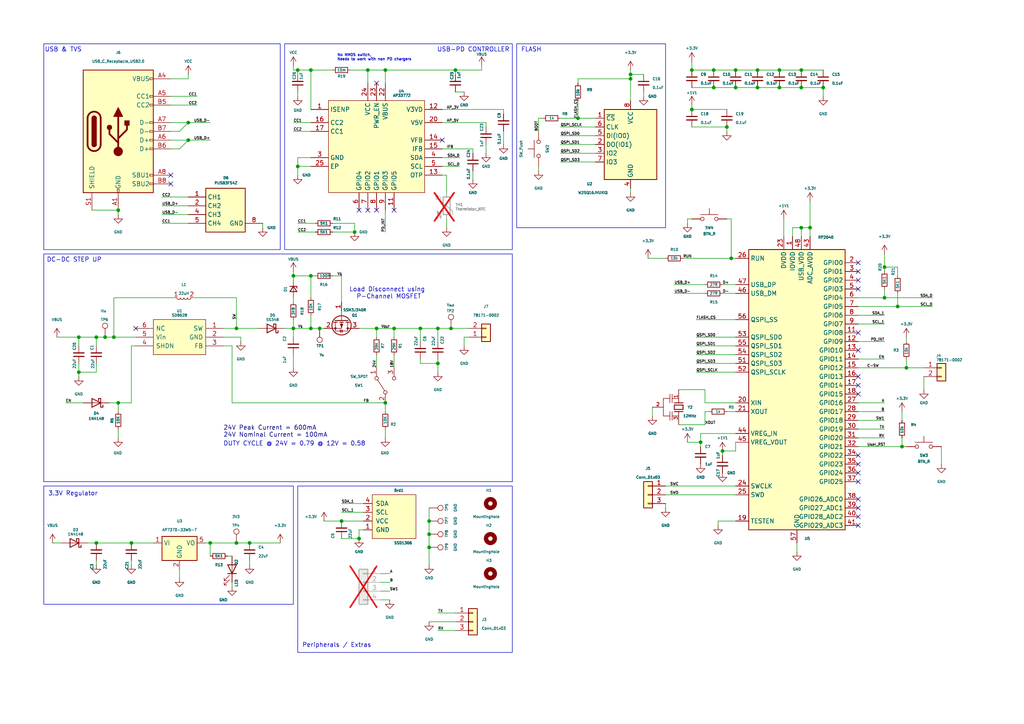
<source format=kicad_sch>
(kicad_sch (version 20231120) (generator "eeschema") (generator_version "8.0")
  (paper "A4")
  (junction (at 127 95.25))
  (junction (at 90.17 95.25))
  (junction (at 124.46 158.75))
  (junction (at 262.89 106.68))
  (junction (at 200.66 31.75))
  (junction (at 219.71 25.4))
  (junction (at 22.86 107.95))
  (junction (at 256.54 77.47))
  (junction (at 90.17 80.01))
  (junction (at 102.87 67.31))
  (junction (at 27.94 97.79))
  (junction (at 207.01 25.4))
  (junction (at 90.17 20.32))
  (junction (at 212.09 74.93))
  (junction (at 260.35 88.9))
  (junction (at 34.29 60.96))
  (junction (at 60.96 157.48))
  (junction (at 104.14 156.21))
  (junction (at 261.62 129.54))
  (junction (at 213.36 20.32))
  (junction (at 111.76 20.32))
  (junction (at 114.3 95.25))
  (junction (at 209.55 130.81))
  (junction (at 30.48 97.79))
  (junction (at 27.94 157.48))
  (junction (at 132.08 20.32))
  (junction (at 72.39 157.48))
  (junction (at 68.58 95.25))
  (junction (at 111.76 116.84))
  (junction (at 167.64 34.29))
  (junction (at 121.92 95.25))
  (junction (at 68.58 157.48))
  (junction (at 99.06 151.13))
  (junction (at 226.06 25.4))
  (junction (at 127 105.41))
  (junction (at 232.41 66.04))
  (junction (at 232.41 20.32))
  (junction (at 92.71 95.25))
  (junction (at 33.02 97.79))
  (junction (at 207.01 20.32))
  (junction (at 106.68 20.32))
  (junction (at 238.76 25.4))
  (junction (at 213.36 25.4))
  (junction (at 85.09 80.01))
  (junction (at 86.36 48.26))
  (junction (at 226.06 20.32))
  (junction (at 200.66 20.32))
  (junction (at 34.29 116.84))
  (junction (at 22.86 97.79))
  (junction (at 182.88 22.86))
  (junction (at 124.46 151.13))
  (junction (at 109.22 95.25))
  (junction (at 219.71 20.32))
  (junction (at 54.61 40.64))
  (junction (at 38.1 157.48))
  (junction (at 124.46 154.94))
  (junction (at 182.88 21.59))
  (junction (at 256.54 86.36))
  (junction (at 85.09 95.25))
  (junction (at 234.95 66.04))
  (junction (at 203.2 128.27))
  (junction (at 232.41 25.4))
  (junction (at 130.81 95.25))
  (junction (at 86.36 20.32))
  (junction (at 54.61 35.56))
  (junction (at 210.82 36.83))
  (no_connect (at 109.22 60.96))
  (no_connect (at 109.22 24.13))
  (no_connect (at 248.92 76.2))
  (no_connect (at 49.53 53.34))
  (no_connect (at 49.53 50.8))
  (no_connect (at 248.92 109.22))
  (no_connect (at 106.68 60.96))
  (no_connect (at 248.92 137.16))
  (no_connect (at 248.92 134.62))
  (no_connect (at 128.27 40.64))
  (no_connect (at 39.37 95.25))
  (no_connect (at 248.92 78.74))
  (no_connect (at 104.14 60.96))
  (no_connect (at 248.92 114.3))
  (no_connect (at 248.92 111.76))
  (no_connect (at 248.92 139.7))
  (no_connect (at 248.92 152.4))
  (no_connect (at 248.92 149.86))
  (no_connect (at 248.92 147.32))
  (no_connect (at 248.92 144.78))
  (no_connect (at 248.92 132.08))
  (no_connect (at 114.3 60.96))
  (no_connect (at 248.92 101.6))
  (no_connect (at 248.92 96.52))
  (no_connect (at 248.92 83.82))
  (no_connect (at 248.92 81.28))
  (wire (pts (xy 106.68 20.32) (xy 111.76 20.32)))
  (polyline (pts (xy 148.59 73.66) (xy 12.7 73.66)) (stroke (width 0) (type solid)))
  (wire (pts (xy 213.36 130.81) (xy 213.36 128.27)))
  (wire (pts (xy 137.16 43.18) (xy 128.27 43.18)))
  (wire (pts (xy 64.77 97.79) (xy 69.85 97.79)))
  (wire (pts (xy 204.47 123.19) (xy 196.85 123.19)))
  (wire (pts (xy 90.17 91.44) (xy 90.17 95.25)))
  (wire (pts (xy 22.86 107.95) (xy 22.86 109.22)))
  (wire (pts (xy 67.31 116.84) (xy 111.76 116.84)))
  (wire (pts (xy 186.69 27.94) (xy 186.69 26.67)))
  (wire (pts (xy 85.09 20.32) (xy 85.09 19.05)))
  (wire (pts (xy 67.31 100.33) (xy 67.31 116.84)))
  (wire (pts (xy 156.21 34.29) (xy 156.21 38.1)))
  (wire (pts (xy 127 104.14) (xy 127 105.41)))
  (wire (pts (xy 104.14 95.25) (xy 109.22 95.25)))
  (wire (pts (xy 109.22 95.25) (xy 114.3 95.25)))
  (wire (pts (xy 60.96 157.48) (xy 60.96 161.29)))
  (wire (pts (xy 193.04 143.51) (xy 213.36 143.51)))
  (wire (pts (xy 128.27 45.72) (xy 133.35 45.72)))
  (wire (pts (xy 232.41 25.4) (xy 238.76 25.4)))
  (wire (pts (xy 31.75 116.84) (xy 34.29 116.84)))
  (wire (pts (xy 213.36 20.32) (xy 219.71 20.32)))
  (wire (pts (xy 195.58 85.09) (xy 204.47 85.09)))
  (wire (pts (xy 201.93 107.95) (xy 213.36 107.95)))
  (wire (pts (xy 121.92 105.41) (xy 127 105.41)))
  (wire (pts (xy 208.28 152.4) (xy 208.28 151.13)))
  (wire (pts (xy 104.14 153.67) (xy 105.41 153.67)))
  (wire (pts (xy 52.07 38.1) (xy 54.61 35.56)))
  (wire (pts (xy 85.09 95.25) (xy 85.09 97.79)))
  (wire (pts (xy 201.93 102.87) (xy 213.36 102.87)))
  (wire (pts (xy 85.09 102.87) (xy 85.09 106.68)))
  (wire (pts (xy 256.54 77.47) (xy 256.54 78.74)))
  (wire (pts (xy 111.76 60.96) (xy 111.76 67.31)))
  (wire (pts (xy 38.1 163.83) (xy 38.1 162.56)))
  (wire (pts (xy 124.46 158.75) (xy 124.46 154.94)))
  (wire (pts (xy 212.09 63.5) (xy 212.09 74.93)))
  (wire (pts (xy 248.92 93.98) (xy 256.54 93.98)))
  (wire (pts (xy 19.05 116.84) (xy 24.13 116.84)))
  (wire (pts (xy 260.35 80.01) (xy 260.35 77.47)))
  (wire (pts (xy 248.92 127) (xy 256.54 127)))
  (wire (pts (xy 124.46 180.34) (xy 132.08 180.34)))
  (wire (pts (xy 86.36 64.77) (xy 91.44 64.77)))
  (wire (pts (xy 49.53 27.94) (xy 57.15 27.94)))
  (wire (pts (xy 49.53 30.48) (xy 57.15 30.48)))
  (wire (pts (xy 85.09 35.56) (xy 90.17 35.56)))
  (wire (pts (xy 210.82 36.83) (xy 210.82 38.1)))
  (polyline (pts (xy 12.7 140.97) (xy 12.7 175.26)) (stroke (width 0) (type solid)))
  (wire (pts (xy 212.09 63.5) (xy 210.82 63.5)))
  (polyline (pts (xy 12.7 12.7) (xy 81.28 12.7)) (stroke (width 0) (type solid)))
  (wire (pts (xy 99.06 80.01) (xy 99.06 87.63)))
  (wire (pts (xy 52.07 43.18) (xy 54.61 40.64)))
  (wire (pts (xy 86.36 26.67) (xy 86.36 27.94)))
  (polyline (pts (xy 12.7 12.7) (xy 12.7 72.39)) (stroke (width 0) (type solid)))
  (wire (pts (xy 27.94 157.48) (xy 38.1 157.48)))
  (wire (pts (xy 201.93 105.41) (xy 213.36 105.41)))
  (wire (pts (xy 167.64 34.29) (xy 172.72 34.29)))
  (wire (pts (xy 146.05 31.75) (xy 146.05 33.02)))
  (wire (pts (xy 232.41 66.04) (xy 234.95 66.04)))
  (wire (pts (xy 34.29 124.46) (xy 34.29 127)))
  (wire (pts (xy 213.36 25.4) (xy 219.71 25.4)))
  (wire (pts (xy 262.89 104.14) (xy 262.89 106.68)))
  (wire (pts (xy 232.41 66.04) (xy 232.41 68.58)))
  (wire (pts (xy 234.95 58.42) (xy 234.95 66.04)))
  (wire (pts (xy 201.93 97.79) (xy 213.36 97.79)))
  (wire (pts (xy 208.28 151.13) (xy 213.36 151.13)))
  (wire (pts (xy 127 95.25) (xy 130.81 95.25)))
  (wire (pts (xy 90.17 20.32) (xy 90.17 31.75)))
  (wire (pts (xy 262.89 129.54) (xy 261.62 129.54)))
  (wire (pts (xy 248.92 119.38) (xy 256.54 119.38)))
  (wire (pts (xy 198.12 74.93) (xy 212.09 74.93)))
  (wire (pts (xy 156.21 48.26) (xy 156.21 49.53)))
  (wire (pts (xy 219.71 20.32) (xy 226.06 20.32)))
  (wire (pts (xy 140.97 36.83) (xy 140.97 35.56)))
  (wire (pts (xy 16.51 97.79) (xy 22.86 97.79)))
  (wire (pts (xy 86.36 20.32) (xy 86.36 21.59)))
  (wire (pts (xy 101.6 20.32) (xy 106.68 20.32)))
  (wire (pts (xy 46.99 57.15) (xy 54.61 57.15)))
  (wire (pts (xy 33.02 86.36) (xy 33.02 97.79)))
  (wire (pts (xy 90.17 80.01) (xy 91.44 80.01)))
  (wire (pts (xy 193.04 146.05) (xy 193.04 147.32)))
  (wire (pts (xy 85.09 38.1) (xy 90.17 38.1)))
  (wire (pts (xy 99.06 151.13) (xy 105.41 151.13)))
  (wire (pts (xy 137.16 44.45) (xy 137.16 43.18)))
  (wire (pts (xy 67.31 161.29) (xy 66.04 161.29)))
  (wire (pts (xy 189.23 118.11) (xy 189.23 120.65)))
  (wire (pts (xy 90.17 80.01) (xy 90.17 86.36)))
  (wire (pts (xy 226.06 20.32) (xy 232.41 20.32)))
  (wire (pts (xy 261.62 127) (xy 261.62 129.54)))
  (wire (pts (xy 262.89 97.79) (xy 262.89 99.06)))
  (wire (pts (xy 231.14 157.48) (xy 231.14 160.02)))
  (wire (pts (xy 162.56 44.45) (xy 172.72 44.45)))
  (wire (pts (xy 54.61 40.64) (xy 60.96 40.64)))
  (wire (pts (xy 59.69 157.48) (xy 60.96 157.48)))
  (wire (pts (xy 124.46 158.75) (xy 124.46 163.83)))
  (wire (pts (xy 193.04 140.97) (xy 213.36 140.97)))
  (wire (pts (xy 85.09 86.36) (xy 85.09 87.63)))
  (wire (pts (xy 121.92 95.25) (xy 121.92 99.06)))
  (wire (pts (xy 219.71 25.4) (xy 226.06 25.4)))
  (wire (pts (xy 69.85 97.79) (xy 69.85 99.06)))
  (wire (pts (xy 22.86 107.95) (xy 27.94 107.95)))
  (wire (pts (xy 55.88 86.36) (xy 68.58 86.36)))
  (wire (pts (xy 248.92 116.84) (xy 256.54 116.84)))
  (wire (pts (xy 110.49 168.91) (xy 113.03 168.91)))
  (wire (pts (xy 129.54 50.8) (xy 129.54 55.88)))
  (wire (pts (xy 127 177.8) (xy 132.08 177.8)))
  (wire (pts (xy 46.99 64.77) (xy 54.61 64.77)))
  (wire (pts (xy 232.41 20.32) (xy 238.76 20.32)))
  (wire (pts (xy 86.36 50.8) (xy 86.36 48.26)))
  (wire (pts (xy 110.49 166.37) (xy 113.03 166.37)))
  (wire (pts (xy 207.01 20.32) (xy 213.36 20.32)))
  (wire (pts (xy 229.87 66.04) (xy 232.41 66.04)))
  (wire (pts (xy 210.82 119.38) (xy 213.36 119.38)))
  (wire (pts (xy 111.76 124.46) (xy 111.76 127)))
  (wire (pts (xy 85.09 20.32) (xy 86.36 20.32)))
  (wire (pts (xy 49.53 35.56) (xy 54.61 35.56)))
  (wire (pts (xy 52.07 165.1) (xy 52.07 167.64)))
  (wire (pts (xy 92.71 95.25) (xy 93.98 95.25)))
  (wire (pts (xy 248.92 124.46) (xy 256.54 124.46)))
  (wire (pts (xy 207.01 25.4) (xy 213.36 25.4)))
  (wire (pts (xy 162.56 36.83) (xy 172.72 36.83)))
  (wire (pts (xy 267.97 109.22) (xy 267.97 113.03)))
  (wire (pts (xy 96.52 80.01) (xy 99.06 80.01)))
  (wire (pts (xy 85.09 80.01) (xy 90.17 80.01)))
  (wire (pts (xy 22.86 105.41) (xy 22.86 107.95)))
  (wire (pts (xy 68.58 86.36) (xy 68.58 95.25)))
  (wire (pts (xy 196.85 113.03) (xy 204.47 113.03)))
  (wire (pts (xy 162.56 46.99) (xy 172.72 46.99)))
  (wire (pts (xy 54.61 22.86) (xy 54.61 21.59)))
  (wire (pts (xy 38.1 157.48) (xy 44.45 157.48)))
  (wire (pts (xy 49.53 40.64) (xy 54.61 40.64)))
  (wire (pts (xy 262.89 106.68) (xy 267.97 106.68)))
  (wire (pts (xy 132.08 26.67) (xy 134.62 26.67)))
  (wire (pts (xy 90.17 95.25) (xy 92.71 95.25)))
  (wire (pts (xy 76.2 64.77) (xy 76.2 66.04)))
  (wire (pts (xy 162.56 41.91) (xy 172.72 41.91)))
  (wire (pts (xy 209.55 82.55) (xy 213.36 82.55)))
  (wire (pts (xy 85.09 95.25) (xy 90.17 95.25)))
  (wire (pts (xy 128.27 31.75) (xy 146.05 31.75)))
  (wire (pts (xy 38.1 116.84) (xy 34.29 116.84)))
  (wire (pts (xy 226.06 25.4) (xy 232.41 25.4)))
  (polyline (pts (xy 85.09 175.26) (xy 12.7 175.26)) (stroke (width 0) (type solid)))
  (wire (pts (xy 86.36 45.72) (xy 90.17 45.72)))
  (wire (pts (xy 86.36 20.32) (xy 90.17 20.32)))
  (wire (pts (xy 130.81 95.25) (xy 135.89 95.25)))
  (wire (pts (xy 128.27 48.26) (xy 133.35 48.26)))
  (wire (pts (xy 33.02 97.79) (xy 39.37 97.79)))
  (wire (pts (xy 182.88 20.32) (xy 182.88 21.59)))
  (wire (pts (xy 182.88 21.59) (xy 182.88 22.86)))
  (wire (pts (xy 110.49 173.99) (xy 113.03 173.99)))
  (wire (pts (xy 156.21 34.29) (xy 157.48 34.29)))
  (wire (pts (xy 99.06 146.05) (xy 105.41 146.05)))
  (wire (pts (xy 82.55 95.25) (xy 85.09 95.25)))
  (wire (pts (xy 111.76 116.84) (xy 111.76 119.38)))
  (wire (pts (xy 204.47 116.84) (xy 213.36 116.84)))
  (wire (pts (xy 204.47 119.38) (xy 205.74 119.38)))
  (wire (pts (xy 93.98 151.13) (xy 99.06 151.13)))
  (wire (pts (xy 129.54 63.5) (xy 129.54 66.04)))
  (wire (pts (xy 114.3 95.25) (xy 114.3 97.79)))
  (wire (pts (xy 261.62 119.38) (xy 261.62 121.92)))
  (wire (pts (xy 128.27 50.8) (xy 129.54 50.8)))
  (wire (pts (xy 64.77 100.33) (xy 67.31 100.33)))
  (wire (pts (xy 248.92 91.44) (xy 256.54 91.44)))
  (wire (pts (xy 102.87 64.77) (xy 102.87 67.31)))
  (wire (pts (xy 238.76 25.4) (xy 238.76 27.94)))
  (wire (pts (xy 167.64 22.86) (xy 182.88 22.86)))
  (polyline (pts (xy 81.28 72.39) (xy 81.28 12.7)) (stroke (width 0) (type solid)))
  (wire (pts (xy 86.36 67.31) (xy 91.44 67.31)))
  (wire (pts (xy 182.88 21.59) (xy 186.69 21.59)))
  (wire (pts (xy 99.06 148.59) (xy 105.41 148.59)))
  (wire (pts (xy 127 105.41) (xy 127 107.95)))
  (wire (pts (xy 90.17 20.32) (xy 96.52 20.32)))
  (wire (pts (xy 229.87 68.58) (xy 229.87 66.04)))
  (wire (pts (xy 22.86 97.79) (xy 27.94 97.79)))
  (wire (pts (xy 146.05 38.1) (xy 146.05 41.91)))
  (wire (pts (xy 248.92 121.92) (xy 256.54 121.92)))
  (wire (pts (xy 199.39 64.77) (xy 199.39 63.5)))
  (wire (pts (xy 109.22 95.25) (xy 109.22 97.79)))
  (wire (pts (xy 195.58 82.55) (xy 204.47 82.55)))
  (wire (pts (xy 248.92 129.54) (xy 261.62 129.54)))
  (wire (pts (xy 96.52 67.31) (xy 102.87 67.31)))
  (wire (pts (xy 72.39 163.83) (xy 72.39 162.56)))
  (wire (pts (xy 111.76 20.32) (xy 111.76 24.13)))
  (wire (pts (xy 137.16 49.53) (xy 137.16 52.07)))
  (wire (pts (xy 85.09 92.71) (xy 85.09 95.25)))
  (polyline (pts (xy 12.7 140.97) (xy 85.09 140.97)) (stroke (width 0) (type solid)))
  (wire (pts (xy 25.4 157.48) (xy 27.94 157.48)))
  (wire (pts (xy 22.86 100.33) (xy 22.86 97.79)))
  (wire (pts (xy 139.7 20.32) (xy 139.7 19.05)))
  (wire (pts (xy 213.36 85.09) (xy 209.55 85.09)))
  (wire (pts (xy 72.39 157.48) (xy 81.28 157.48)))
  (wire (pts (xy 60.96 157.48) (xy 68.58 157.48)))
  (polyline (pts (xy 85.09 140.97) (xy 85.09 175.26)) (stroke (width 0) (type solid)))
  (wire (pts (xy 106.68 20.32) (xy 106.68 24.13)))
  (wire (pts (xy 273.05 134.62) (xy 273.05 129.54)))
  (wire (pts (xy 182.88 22.86) (xy 182.88 29.21)))
  (wire (pts (xy 182.88 54.61) (xy 182.88 55.88)))
  (wire (pts (xy 68.58 95.25) (xy 74.93 95.25)))
  (wire (pts (xy 27.94 100.33) (xy 27.94 97.79)))
  (wire (pts (xy 38.1 100.33) (xy 38.1 116.84)))
  (polyline (pts (xy 148.59 73.66) (xy 148.59 139.7)) (stroke (width 0) (type solid)))
  (wire (pts (xy 140.97 41.91) (xy 140.97 44.45)))
  (wire (pts (xy 124.46 154.94) (xy 124.46 151.13)))
  (wire (pts (xy 109.22 102.87) (xy 109.22 106.68)))
  (wire (pts (xy 209.55 132.08) (xy 209.55 130.81)))
  (wire (pts (xy 203.2 129.54) (xy 203.2 128.27)))
  (wire (pts (xy 256.54 83.82) (xy 256.54 86.36)))
  (wire (pts (xy 260.35 77.47) (xy 256.54 77.47)))
  (wire (pts (xy 212.09 74.93) (xy 213.36 74.93)))
  (wire (pts (xy 187.96 74.93) (xy 193.04 74.93)))
  (wire (pts (xy 167.64 22.86) (xy 167.64 24.13)))
  (wire (pts (xy 132.08 20.32) (xy 132.08 21.59)))
  (wire (pts (xy 110.49 171.45) (xy 113.03 171.45)))
  (wire (pts (xy 85.09 78.74) (xy 85.09 80.01)))
  (wire (pts (xy 49.53 22.86) (xy 54.61 22.86)))
  (wire (pts (xy 256.54 104.14) (xy 248.92 104.14)))
  (wire (pts (xy 68.58 157.48) (xy 72.39 157.48)))
  (wire (pts (xy 86.36 48.26) (xy 90.17 48.26)))
  (wire (pts (xy 248.92 106.68) (xy 262.89 106.68)))
  (wire (pts (xy 248.92 88.9) (xy 260.35 88.9)))
  (wire (pts (xy 67.31 170.18) (xy 67.31 168.91)))
  (wire (pts (xy 46.99 62.23) (xy 54.61 62.23)))
  (wire (pts (xy 140.97 35.56) (xy 128.27 35.56)))
  (polyline (pts (xy 12.7 139.7) (xy 12.7 73.66)) (stroke (width 0) (type solid)))
  (wire (pts (xy 27.94 163.83) (xy 27.94 162.56)))
  (wire (pts (xy 52.07 38.1) (xy 49.53 38.1)))
  (wire (pts (xy 260.35 88.9) (xy 270.51 88.9)))
  (wire (pts (xy 33.02 86.36) (xy 50.8 86.36)))
  (wire (pts (xy 234.95 66.04) (xy 234.95 68.58)))
  (wire (pts (xy 200.66 17.78) (xy 200.66 20.32)))
  (wire (pts (xy 39.37 100.33) (xy 38.1 100.33)))
  (wire (pts (xy 26.67 60.96) (xy 34.29 60.96)))
  (wire (pts (xy 167.64 34.29) (xy 162.56 34.29)))
  (wire (pts (xy 121.92 95.25) (xy 127 95.25)))
  (wire (pts (xy 121.92 104.14) (xy 121.92 105.41)))
  (wire (pts (xy 227.33 63.5) (xy 227.33 68.58)))
  (wire (pts (xy 96.52 64.77) (xy 102.87 64.77)))
  (wire (pts (xy 204.47 113.03) (xy 204.47 116.84)))
  (wire (pts (xy 260.35 85.09) (xy 260.35 88.9)))
  (wire (pts (xy 99.06 156.21) (xy 104.14 156.21)))
  (wire (pts (xy 209.55 130.81) (xy 213.36 130.81)))
  (wire (pts (xy 204.47 119.38) (xy 204.47 123.19)))
  (wire (pts (xy 27.94 105.41) (xy 27.94 107.95)))
  (wire (pts (xy 34.29 60.96) (xy 34.29 62.23)))
  (wire (pts (xy 134.62 97.79) (xy 135.89 97.79)))
  (polyline (pts (xy 148.59 139.7) (xy 12.7 139.7)) (stroke (width 0) (type solid)))
  (wire (pts (xy 199.39 63.5) (xy 200.66 63.5)))
  (wire (pts (xy 111.76 20.32) (xy 132.08 20.32)))
  (wire (pts (xy 201.93 100.33) (xy 213.36 100.33)))
  (wire (pts (xy 203.2 125.73) (xy 213.36 125.73)))
  (wire (pts (xy 64.77 95.25) (xy 68.58 95.25)))
  (wire (pts (xy 134.62 97.79) (xy 134.62 100.33)))
  (wire (pts (xy 30.48 97.79) (xy 33.02 97.79)))
  (wire (pts (xy 124.46 147.32) (xy 124.46 151.13)))
  (wire (pts (xy 86.36 48.26) (xy 86.36 45.72)))
  (wire (pts (xy 248.92 86.36) (xy 256.54 86.36)))
  (polyline (pts (xy 12.7 72.39) (xy 81.28 72.39)) (stroke (width 0) (type solid)))
  (wire (pts (xy 132.08 20.32) (xy 139.7 20.32)))
  (wire (pts (xy 256.54 86.36) (xy 270.51 86.36)))
  (wire (pts (xy 27.94 97.79) (xy 30.48 97.79)))
  (wire (pts (xy 201.93 92.71) (xy 213.36 92.71)))
  (wire (pts (xy 34.29 119.38) (xy 34.29 116.84)))
  (wire (pts (xy 167.64 29.21) (xy 167.64 34.29)))
  (wire (pts (xy 199.39 128.27) (xy 203.2 128.27)))
  (wire (pts (xy 200.66 25.4) (xy 207.01 25.4)))
  (wire (pts (xy 162.56 39.37) (xy 172.72 39.37)))
  (wire (pts (xy 52.07 43.18) (xy 49.53 43.18)))
  (wire (pts (xy 46.99 59.69) (xy 54.61 59.69)))
  (wire (pts (xy 127 182.88) (xy 132.08 182.88)))
  (wire (pts (xy 114.3 102.87) (xy 114.3 106.68)))
  (wire (pts (xy 127 99.06) (xy 127 95.25)))
  (wire (pts (xy 248.92 99.06) (xy 256.54 99.06)))
  (wire (pts (xy 200.66 20.32) (xy 207.01 20.32)))
  (wire (pts (xy 200.66 30.48) (xy 200.66 31.75)))
  (wire (pts (xy 85.09 81.28) (xy 85.09 80.01)))
  (wire (pts (xy 200.66 36.83) (xy 210.82 36.83)))
  (wire (pts (xy 200.66 31.75) (xy 210.82 31.75)))
  (wire (pts (xy 15.24 157.48) (xy 17.78 157.48)))
  (wire (pts (xy 54.61 35.56) (xy 60.96 35.56)))
  (wire (pts (xy 104.14 156.21) (xy 104.14 153.67)))
  (wire (pts (xy 256.54 73.66) (xy 256.54 77.47)))
  (wire (pts (xy 114.3 95.25) (xy 121.92 95.25)))
  (wire (pts (xy 203.2 128.27) (xy 203.2 125.73)))
  (rectangle (start 86.36 140.97) (end 148.59 189.23))
  (rectangle (start 82.55 12.7) (end 148.59 72.39))
  (rectangle (start 149.86 12.7) (end 193.04 66.04))
  (text "Peripherals / Extras" (at 87.63 187.96 0) (effects (font (size 1.27 1.27)) (justify left bottom)))
  (text "3.3V Regulator\n\n" (at 13.97 146.05 0) (effects (font (size 1.27 1.27)) (justify left bottom)))
  (text "No NMOS switch, \nNeeds to work with non PD chargers" (at 97.79 17.78 0) (effects (font (size 0.762 0.762)) (justify left bottom)))
  (text "DUTY CYCLE @ 24V = 0.79 @ 12V = 0.58\n" (at 64.77 129.54 0) (effects (font (size 1.27 1.27)) (justify left bottom)))
  (text "USB & TVS" (at 12.954 15.24 0) (effects (font (size 1.27 1.27)) (justify left bottom)))
  (text "Load Disconnect using \nP-Channel MOSFET" (at 112.776 86.868 0) (effects (font (size 1.27 1.27)) (justify bottom)))
  (text "DC-DC STEP UP \n" (at 30.48 76.2 0) (effects (font (size 1.27 1.27)) (justify right bottom)))
  (text "USB-PD CONTROLLER" (at 126.746 15.24 0) (effects (font (size 1.27 1.27)) (justify left bottom)))
  (text "FLASH\n" (at 151.13 15.24 0) (effects (font (size 1.27 1.27)) (justify left bottom)))
  (text "24V Peak Current = 600mA\n24V Nominal Current = 100mA\n" (at 64.77 127 0) (effects (font (size 1.27 1.27)) (justify left bottom)))
  (label "USB_D-" (at 60.96 35.56 180) (effects (font (size 0.762 0.762))))
  (label "User_RST" (at 251.46 129.54 0) (effects (font (size 0.762 0.762))))
  (label "CC2" (at 57.15 30.48 180) (effects (font (size 0.762 0.762))))
  (label "PD_INT" (at 256.54 99.06 180) (effects (font (size 0.762 0.762))))
  (label "SDA_1" (at 99.06 146.05 0) (effects (font (size 0.762 0.762))))
  (label "USB_D-" (at 46.99 62.23 0) (effects (font (size 0.762 0.762))))
  (label "TX" (at 127 177.8 0) (effects (font (size 0.762 0.762))))
  (label "CC2" (at 85.09 38.1 0) (effects (font (size 0.762 0.762))))
  (label "SDA_1" (at 256.54 91.44 180) (effects (font (size 0.762 0.762))))
  (label "B" (at 113.03 168.91 0) (effects (font (size 0.762 0.762))))
  (label "SCL_0" (at 270.51 88.9 180) (effects (font (size 0.762 0.762))))
  (label "CC1" (at 46.99 64.77 0) (effects (font (size 0.762 0.762))))
  (label "SW" (at 68.58 92.71 90) (effects (font (size 0.762 0.762))))
  (label "24V" (at 109.22 106.68 90) (effects (font (size 0.762 0.762))))
  (label "QSPI_SD1" (at 201.93 100.33 0) (effects (font (size 0.762 0.762))))
  (label "V_{S}" (at 86.36 95.25 0) (effects (font (size 0.762 0.762))))
  (label "QSPI_SCLK" (at 201.93 107.95 0) (effects (font (size 0.762 0.762))))
  (label "QSPI_SD2" (at 162.56 44.45 0) (effects (font (size 0.762 0.762))))
  (label "SDA_0" (at 133.35 45.72 180) (effects (font (size 0.762 0.762))))
  (label "SW1" (at 256.54 121.92 180) (effects (font (size 0.762 0.762))))
  (label "A" (at 113.03 166.37 0) (effects (font (size 0.762 0.762))))
  (label "BOOT" (at 156.21 38.1 90) (effects (font (size 0.762 0.762))))
  (label "D+" (at 209.55 82.55 0) (effects (font (size 0.762 0.762))))
  (label "CC1" (at 57.15 27.94 180) (effects (font (size 0.762 0.762))))
  (label "QSPI_SD0" (at 162.56 39.37 0) (effects (font (size 0.762 0.762))))
  (label "18V" (at 114.3 106.68 90) (effects (font (size 0.762 0.762))))
  (label "QSPI_SCLK" (at 162.56 36.83 0) (effects (font (size 0.762 0.762))))
  (label "A" (at 256.54 116.84 180) (effects (font (size 0.762 0.762))))
  (label "C-SW" (at 251.46 106.68 0) (effects (font (size 0.762 0.762))))
  (label "SCL_1" (at 99.06 148.59 0) (effects (font (size 0.762 0.762))))
  (label "USB_D+" (at 46.99 59.69 0) (effects (font (size 0.762 0.762))))
  (label "QSPI_SD3" (at 162.56 46.99 0) (effects (font (size 0.762 0.762))))
  (label "B" (at 256.54 119.38 180) (effects (font (size 0.762 0.762))))
  (label "XOUT" (at 204.47 123.19 0) (effects (font (size 0.762 0.762))))
  (label "QSPI_SD3" (at 201.93 105.41 0) (effects (font (size 0.762 0.762))))
  (label "V_{G}" (at 97.79 80.01 0) (effects (font (size 0.762 0.762))))
  (label "SCL_0" (at 133.35 48.26 180) (effects (font (size 0.762 0.762))))
  (label "FLASH_CS" (at 167.64 34.29 90) (effects (font (size 0.762 0.762))))
  (label "SW1" (at 113.03 171.45 0) (effects (font (size 0.762 0.762))))
  (label "SWD" (at 194.31 143.51 0) (effects (font (size 0.762 0.762))))
  (label "CC2" (at 46.99 57.15 0) (effects (font (size 0.762 0.762))))
  (label "CC2" (at 86.36 67.31 0) (effects (font (size 0.762 0.762))))
  (label "SDA_0" (at 270.51 86.36 180) (effects (font (size 0.762 0.762))))
  (label "IFB" (at 129.54 43.18 0) (effects (font (size 0.762 0.762))))
  (label "QSPI_SD2" (at 201.93 102.87 0) (effects (font (size 0.762 0.762))))
  (label "D-" (at 209.55 85.09 0) (effects (font (size 0.762 0.762))))
  (label "FB" (at 105.41 116.84 0) (effects (font (size 0.762 0.762))))
  (label "SCL_1" (at 256.54 93.98 180) (effects (font (size 0.762 0.762))))
  (label "V_{OUT}" (at 110.49 95.25 0) (effects (font (size 0.762 0.762))))
  (label "EN" (at 256.54 104.14 180) (effects (font (size 0.762 0.762))))
  (label "USB_D+" (at 195.58 82.55 0) (effects (font (size 0.762 0.762))))
  (label "USB_D-" (at 195.58 85.09 0) (effects (font (size 0.762 0.762))))
  (label "RUN" (at 198.12 74.93 0) (effects (font (size 0.762 0.762))))
  (label "USB_D+" (at 60.96 40.64 180) (effects (font (size 0.762 0.762))))
  (label "CC1" (at 86.36 64.77 0) (effects (font (size 0.762 0.762))))
  (label "AP_5V" (at 129.54 35.56 0) (effects (font (size 0.762 0.762))))
  (label "RX" (at 256.54 127 180) (effects (font (size 0.762 0.762))))
  (label "EN" (at 19.05 116.84 0) (effects (font (size 0.762 0.762))))
  (label "QSPI_SD0" (at 201.93 97.79 0) (effects (font (size 0.762 0.762))))
  (label "PD_INT" (at 111.76 67.31 90) (effects (font (size 0.762 0.762))))
  (label "FLASH_CS" (at 201.93 92.71 0) (effects (font (size 0.762 0.762))))
  (label "RX" (at 127 182.88 0) (effects (font (size 0.762 0.762))))
  (label "CC1" (at 85.09 35.56 0) (effects (font (size 0.762 0.762))))
  (label "SWC" (at 194.31 140.97 0) (effects (font (size 0.762 0.762))))
  (label "QSPI_SD1" (at 162.56 41.91 0) (effects (font (size 0.762 0.762))))
  (label "AP_3V" (at 129.54 31.75 0) (effects (font (size 0.762 0.762))))
  (label "TX" (at 256.54 124.46 180) (effects (font (size 0.762 0.762))))
  (symbol (lib_name "R_Small_2") (lib_id "Device:R_Small") (at 114.3 100.33 0) (mirror y) (unit 1)
    (property "Reference" "R1" (at 116.078 101.092 90) (effects (font (size 0.762 0.762)) (justify left)))
    (property "Value" "29K" (at 114.3 101.6 90) (effects (font (size 0.762 0.762)) (justify left)))
    (property "Footprint" "Resistor_SMD:R_0805_2012Metric" (effects (hide yes)))
  )
  (symbol (lib_id "Device:R_Small") (at 111.76 121.92 0) (mirror x) (unit 1)
    (property "Reference" "R2" (at 113.2586 123.0884 0) (effects (font (size 0.762 0.762)) (justify left)))
    (property "Value" "10K" (at 111.76 120.65 90) (effects (font (size 0.762 0.762)) (justify left)))
    (property "Footprint" "Resistor_SMD:R_0603_1608Metric" (effects (hide yes)))
  )
  (symbol (lib_id "power:GND") (at 111.76 127 0) (mirror y) (unit 1)
    (property "Reference" "#PWR0101" (effects (hide yes)))
    (property "Value" "GND" (at 111.633 131.3942 0) (effects (font (size 0.762 0.762))))
  )
  (symbol (lib_id "power:GND") (at 86.36 50.8 0) (unit 1)
    (property "Reference" "#PWR014" (effects (hide yes)))
    (property "Value" "GND" (at 88.9 50.8 0) (effects (font (size 0.762 0.762))))
  )
  (symbol (lib_id "Mechanical:MountingHole") (at 142.24 146.05 0) (unit 1)
    (property "Reference" "H1" (at 140.97 142.24 0) (effects (font (size 0.762 0.762)) (justify left)))
    (property "Value" "MountingHole" (at 137.16 149.86 0) (effects (font (size 0.762 0.762)) (justify left)))
    (property "Footprint" "Finn-Lib:M2_Screw_PTH" (effects (hide yes)))
  )
  (symbol (lib_id "Connector:TestPoint") (at 92.71 95.25 180) (unit 1)
    (property "Reference" "TP1" (at 93.98 100.33 0) (effects (font (size 0.762 0.762)) (justify left)))
    (property "Value" "V_{s}" (at 93.98 102.87 0) (effects (font (size 0.762 0.762)) (justify left)))
    (property "Footprint" "Finn-Lib:Keystone_5000-5004_Miniature" (effects (hide yes)))
  )
  (symbol (lib_id "power:GND") (at 67.31 170.18 0) (mirror y) (unit 1)
    (property "Reference" "#PWR0134" (effects (hide yes)))
    (property "Value" "GND" (at 64.77 173.99 0) (effects (font (size 0.762 0.762))))
  )
  (symbol (lib_id "Device:Thermistor_NTC") (at 129.54 59.69 0) (unit 1) (dnp yes)
    (property "Reference" "TH1" (at 132.08 59.3724 0) (effects (font (size 0.762 0.762)) (justify left)))
    (property "Value" "Thermistor_NTC" (at 132.08 60.6424 0) (effects (font (size 0.762 0.762)) (justify left)))
    (property "Footprint" "Capacitor_SMD:C_0402_1005Metric" (effects (hide yes)))
  )
  (symbol (lib_id "Device:C_Small") (at 132.08 24.13 0) (mirror x) (unit 1)
    (property "Reference" "C25" (at 131.064 23.114 90) (effects (font (size 0.762 0.762)) (justify right)))
    (property "Value" "1uF" (at 133.096 22.86 90) (effects (font (size 0.762 0.762)) (justify right)))
    (property "Footprint" "Capacitor_SMD:C_0603_1608Metric" (effects (hide yes)))
  )
  (symbol (lib_id "power:GND") (at 209.55 137.16 0) (unit 1)
    (property "Reference" "#PWR0122" (effects (hide yes)))
    (property "Value" "GND" (at 212.09 137.16 0) (effects (font (size 0.762 0.762))))
  )
  (symbol (lib_id "power:GND") (at 124.46 163.83 0) (unit 1)
    (property "Reference" "#PWR010" (effects (hide yes)))
    (property "Value" "GND" (at 124.46 167.64 0) (effects (font (size 0.762 0.762))))
  )
  (symbol (lib_id "power:GND") (at 267.97 113.03 0) (unit 1)
    (property "Reference" "#PWR0107" (effects (hide yes)))
    (property "Value" "GND" (at 267.97 116.84 0) (effects (font (size 0.762 0.762))))
  )
  (symbol (lib_id "Device:R_Small") (at 208.28 119.38 90) (unit 1)
    (property "Reference" "R5" (at 212.09 118.11 90) (effects (font (size 0.762 0.762))))
    (property "Value" "1k" (at 208.28 119.38 90) (effects (font (size 0.762 0.762))))
    (property "Footprint" "Resistor_SMD:R_0402_1005Metric" (effects (hide yes)))
  )
  (symbol (lib_id "Connector:USB_C_Receptacle_USB2.0") (at 34.29 38.1 0) (unit 1)
    (property "Reference" "J6" (at 34.29 15.24 0) (effects (font (size 0.762 0.762))))
    (property "Value" "USB_C_Receptacle_USB2.0" (at 34.29 17.78 0) (effects (font (size 0.762 0.762))))
    (property "Footprint" "Finn-Lib:USB_C_Receptacle_HRO_TYPE-C-31-M-12" (effects (hide yes)))
    (property "Datasheet" "https://www.usb.org/sites/default/files/documents/usb_type-c.zip" (effects (hide yes)))
    (property "Manufacturer_Part_Number" "TYPE-C-31-M-12" (effects (hide yes)))
  )
  (symbol (lib_id "Device:C_Small") (at 209.55 134.62 0) (unit 1)
    (property "Reference" "C17" (at 208.28 137.16 90) (effects (font (size 0.762 0.762))))
    (property "Value" "1uF" (at 208.28 132.08 90) (effects (font (size 0.762 0.762))))
    (property "Footprint" "Capacitor_SMD:C_0603_1608Metric" (effects (hide yes)))
  )
  (symbol (lib_id "power:+1V1") (at 200.66 30.48 0) (unit 1)
    (property "Reference" "#PWR03" (effects (hide yes)))
    (property "Value" "+1V1" (at 200.66 26.924 0) (effects (font (size 0.762 0.762))))
  )
  (symbol (lib_name "R_Small_1") (lib_id "Device:R_Small") (at 109.22 100.33 0) (mirror y) (unit 1)
    (property "Reference" "R7" (at 110.998 101.092 90) (effects (font (size 0.762 0.762)) (justify left)))
    (property "Value" "39K" (at 109.22 101.6 90) (effects (font (size 0.762 0.762)) (justify left)))
    (property "Footprint" "Resistor_SMD:R_0805_2012Metric" (effects (hide yes)))
  )
  (symbol (lib_id "Mechanical:MountingHole") (at 142.24 156.21 0) (unit 1)
    (property "Reference" "H2" (at 140.97 152.4 0) (effects (font (size 0.762 0.762)) (justify left)))
    (property "Value" "MountingHole" (at 137.16 160.02 0) (effects (font (size 0.762 0.762)) (justify left)))
    (property "Footprint" "Finn-Lib:M2_Screw_PTH" (effects (hide yes)))
  )
  (symbol (lib_id "Device:D_Schottky") (at 78.74 95.25 180) (unit 1)
    (property "Reference" "D5" (at 79.0575 91.44 0) (effects (font (size 0.762 0.762))))
    (property "Value" "SS34B" (at 79.0575 92.71 0) (effects (font (size 0.762 0.762))))
    (property "Footprint" "Diode_SMD:D_SMB" (effects (hide yes)))
  )
  (symbol (lib_id "power:VBUS") (at 85.09 78.74 0) (unit 1)
    (property "Reference" "#PWR027" (effects (hide yes)))
    (property "Value" "VBUS" (at 85.09 75.184 0) (effects (font (size 0.762 0.762))))
  )
  (symbol (lib_id "power:GND") (at 124.46 180.34 0) (unit 1)
    (property "Reference" "#PWR07" (effects (hide yes)))
    (property "Value" "GND" (at 124.46 185.42 0) (effects (font (size 0.762 0.762))))
  )
  (symbol (lib_id "Device:D_Schottky") (at 27.94 116.84 180) (unit 1)
    (property "Reference" "D4" (at 27.94 119.888 0) (effects (font (size 0.762 0.762))))
    (property "Value" "1N4148" (at 27.94 121.412 0) (effects (font (size 0.762 0.762))))
    (property "Footprint" "Diode_SMD:D_SOD-323F" (effects (hide yes)))
  )
  (symbol (lib_id "power:VBUS") (at 16.51 97.79 0) (unit 1)
    (property "Reference" "#PWR016" (effects (hide yes)))
    (property "Value" "VBUS" (at 16.51 92.71 0) (effects (font (size 0.762 0.762))))
  )
  (symbol (lib_id "power:GND") (at 38.1 163.83 0) (unit 1)
    (property "Reference" "#PWR0140" (effects (hide yes)))
    (property "Value" "GND" (at 38.1 168.91 0) (effects (font (size 0.762 0.762))))
  )
  (symbol (lib_name "+3.3V_1") (lib_id "power:+3.3V") (at 200.66 17.78 0) (unit 1)
    (property "Reference" "#PWR02" (effects (hide yes)))
    (property "Value" "+3.3V" (at 200.66 13.97 0) (effects (font (size 0.762 0.762))))
  )
  (symbol (lib_id "power:GND") (at 189.23 120.65 0) (unit 1)
    (property "Reference" "#PWR0112" (effects (hide yes)))
    (property "Value" "GND" (at 189.23 125.73 0) (effects (font (size 0.762 0.762))))
  )
  (symbol (lib_id "power:GND") (at 69.85 99.06 0) (mirror y) (unit 1)
    (property "Reference" "#PWR0102" (effects (hide yes)))
    (property "Value" "GND" (at 69.85 104.14 0) (effects (font (size 0.762 0.762))))
  )
  (symbol (lib_id "Device:R_Small") (at 93.98 67.31 90) (unit 1)
    (property "Reference" "R12" (at 97.79 66.04 90) (effects (font (size 0.762 0.762))))
    (property "Value" "5K1" (at 93.98 67.31 90) (effects (font (size 0.762 0.762))))
    (property "Footprint" "Resistor_SMD:R_0603_1608Metric" (effects (hide yes)))
  )
  (symbol (lib_id "Device:C_Small") (at 186.69 24.13 0) (unit 1)
    (property "Reference" "C16" (at 189.23 22.8662 0) (effects (font (size 0.762 0.762)) (justify left)))
    (property "Value" "0.1uF" (at 189.23 25.4062 0) (effects (font (size 0.762 0.762)) (justify left)))
    (property "Footprint" "Capacitor_SMD:C_0402_1005Metric" (effects (hide yes)))
  )
  (symbol (lib_name "R_Small_2") (lib_id "Device:R_Small") (at 90.17 88.9 0) (mirror y) (unit 1)
    (property "Reference" "R17" (at 92.71 90.17 90) (effects (font (size 0.762 0.762)) (justify left)))
    (property "Value" "10K" (at 90.17 90.17 90) (effects (font (size 0.762 0.762)) (justify left)))
    (property "Footprint" "Resistor_SMD:R_0603_1608Metric" (effects (hide yes)))
  )
  (symbol (lib_id "power:VBUS") (at 15.24 157.48 0) (unit 1)
    (property "Reference" "#PWR015" (effects (hide yes)))
    (property "Value" "VBUS" (at 15.24 152.4 0) (effects (font (size 0.762 0.762))))
  )
  (symbol (lib_id "Device:C_Small") (at 86.36 24.13 0) (mirror x) (unit 1)
    (property "Reference" "C26" (at 85.344 23.114 90) (effects (font (size 0.762 0.762)) (justify right)))
    (property "Value" "1uF" (at 87.376 23.114 90) (effects (font (size 0.762 0.762)) (justify right)))
    (property "Footprint" "Capacitor_SMD:C_0603_1608Metric" (effects (hide yes)))
  )
  (symbol (lib_id "power:GND") (at 208.28 152.4 0) (unit 1)
    (property "Reference" "#PWR0125" (effects (hide yes)))
    (property "Value" "GND" (at 208.28 157.48 0) (effects (font (size 0.762 0.762))))
  )
  (symbol (lib_id "Device:C_Small") (at 146.05 35.56 0) (mirror x) (unit 1)
    (property "Reference" "C8" (at 144.78 34.29 90) (effects (font (size 0.762 0.762)) (justify right)))
    (property "Value" "0.1uF" (at 144.78 41.91 90) (effects (font (size 0.762 0.762)) (justify right)))
    (property "Footprint" "Capacitor_SMD:C_0402_1005Metric" (effects (hide yes)))
  )
  (symbol (lib_id "Connector:TestPoint") (at 124.46 158.75 270) (unit 1)
    (property "Reference" "TP9" (at 129.54 157.48 0) (effects (font (size 0.762 0.762)) (justify left)))
    (property "Value" "GND" (at 132.08 157.48 0) (effects (font (size 0.762 0.762)) (justify left)))
    (property "Footprint" "TestPoint:TestPoint_THTPad_1.5x1.5mm_Drill0.7mm" (effects (hide yes)))
  )
  (symbol (lib_id "power:GND") (at 22.86 109.22 0) (mirror y) (unit 1)
    (property "Reference" "#PWR0141" (effects (hide yes)))
    (property "Value" "GND" (at 22.86 114.3 0) (effects (font (size 0.762 0.762))))
  )
  (symbol (lib_id "power:GND") (at 52.07 167.64 0) (unit 1)
    (property "Reference" "#PWR0106" (effects (hide yes)))
    (property "Value" "GND" (at 52.07 172.72 0) (effects (font (size 0.762 0.762))))
  )
  (symbol (lib_id "power:GND") (at 34.29 62.23 0) (unit 1)
    (property "Reference" "#PWR0118" (effects (hide yes)))
    (property "Value" "GND" (at 34.29 67.31 0) (effects (font (size 0.762 0.762))))
  )
  (symbol (lib_id "power:VBUS") (at 139.7 19.05 0) (unit 1)
    (property "Reference" "#PWR012" (effects (hide yes)))
    (property "Value" "VBUS" (at 139.7 15.748 0) (effects (font (size 0.762 0.762))))
  )
  (symbol (lib_name "+3.3V_1") (lib_id "power:+3.3V") (at 256.54 73.66 0) (unit 1)
    (property "Reference" "#PWR017" (effects (hide yes)))
    (property "Value" "+3.3V" (at 256.54 68.58 0) (effects (font (size 0.762 0.762))))
  )
  (symbol (lib_id "Device:C_Small") (at 127 101.6 0) (mirror x) (unit 1)
    (property "Reference" "C22" (at 128.27 99.822 90) (effects (font (size 0.762 0.762)) (justify right)))
    (property "Value" "22uF" (at 125.73 100.33 90) (effects (font (size 0.762 0.762)) (justify right)))
    (property "Footprint" "Capacitor_SMD:C_0805_2012Metric" (effects (hide yes)))
  )
  (symbol (lib_id "power:GND") (at 238.76 27.94 0) (unit 1)
    (property "Reference" "#PWR0119" (effects (hide yes)))
    (property "Value" "GND" (at 238.76 33.02 0) (effects (font (size 0.762 0.762))))
  )
  (symbol (lib_id "power:GND") (at 273.05 134.62 0) (unit 1)
    (property "Reference" "#PWR0111" (effects (hide yes)))
    (property "Value" "GND" (at 273.05 139.7 0) (effects (font (size 0.762 0.762))))
  )
  (symbol (lib_id "power:GND") (at 137.16 52.07 0) (mirror y) (unit 1)
    (property "Reference" "#PWR019" (effects (hide yes)))
    (property "Value" "GND" (at 137.16 55.88 0) (effects (font (size 0.762 0.762))))
  )
  (symbol (lib_id "Device:C_Small") (at 140.97 39.37 0) (mirror x) (unit 1)
    (property "Reference" "C23" (at 139.7 38.1 90) (effects (font (size 0.762 0.762)) (justify right)))
    (property "Value" "1uF" (at 139.7 42.672 90) (effects (font (size 0.762 0.762)) (justify right)))
    (property "Footprint" "Capacitor_SMD:C_0603_1608Metric" (effects (hide yes)))
  )
  (symbol (lib_id "power:GND") (at 146.05 41.91 0) (mirror y) (unit 1)
    (property "Reference" "#PWR020" (effects (hide yes)))
    (property "Value" "GND" (at 146.05 45.974 0) (effects (font (size 0.762 0.762))))
  )
  (symbol (lib_id "Device:R_Small") (at 34.29 121.92 180) (unit 1)
    (property "Reference" "R6" (at 32.512 121.158 90) (effects (font (size 0.762 0.762)) (justify left)))
    (property "Value" "10K" (at 34.29 120.65 90) (effects (font (size 0.762 0.762)) (justify left)))
    (property "Footprint" "Resistor_SMD:R_0603_1608Metric" (effects (hide yes)))
  )
  (symbol (lib_id "power:GND") (at 113.03 173.99 0) (unit 1)
    (property "Reference" "#PWR01" (effects (hide yes)))
    (property "Value" "GND" (at 113.03 179.07 0) (effects (font (size 0.762 0.762))))
  )
  (symbol (lib_id "power:+3.3V") (at 93.98 151.13 0) (unit 1)
    (property "Reference" "#PWR05" (effects (hide yes)))
    (property "Value" "+3.3V" (at 90.17 149.86 0) (effects (font (size 0.762 0.762))))
  )
  (symbol (lib_id "Device:LED") (at 67.31 165.1 270) (mirror x) (unit 1)
    (property "Reference" "D2" (at 68.58 163.83 0) (effects (font (size 0.762 0.762)) (justify left)))
    (property "Value" "LED" (at 68.58 170.18 0) (effects (font (size 0.762 0.762)) (justify left)))
    (property "Footprint" "LED_SMD:LED_0603_1608Metric" (effects (hide yes)))
  )
  (symbol (lib_id "Device:C_Small") (at 38.1 160.02 180) (unit 1)
    (property "Reference" "C21" (at 36.83 165.1 90) (effects (font (size 0.762 0.762)) (justify right)))
    (property "Value" "22uF" (at 40.64 165.1 90) (effects (font (size 0.762 0.762)) (justify right)))
    (property "Footprint" "Capacitor_SMD:C_0805_2012Metric" (effects (hide yes)))
  )
  (symbol (lib_id "Connector_Generic:Conn_01x03") (at 137.16 180.34 0) (unit 1)
    (property "Reference" "J3" (at 139.7 179.705 0) (effects (font (size 0.762 0.762)) (justify left)))
    (property "Value" "Conn_01x03" (at 139.7 182.245 0) (effects (font (size 0.762 0.762)) (justify left)))
    (property "Footprint" "Connector_PinSocket_2.54mm:PinSocket_1x03_P2.54mm_Vertical" (effects (hide yes)))
  )
  (symbol (lib_id "power:+1V1") (at 209.55 130.81 0) (unit 1)
    (property "Reference" "#PWR021" (effects (hide yes)))
    (property "Value" "+1V1" (at 209.55 127 0) (effects (font (size 0.762 0.762))))
  )
  (symbol (lib_name "R_Small_2") (lib_id "Device:R_Small") (at 93.98 80.01 270) (mirror x) (unit 1)
    (property "Reference" "R16" (at 92.71 82.55 90) (effects (font (size 0.762 0.762)) (justify left)))
    (property "Value" "100R" (at 92.71 80.01 90) (effects (font (size 0.762 0.762)) (justify left)))
    (property "Footprint" "Resistor_SMD:R_0603_1608Metric" (effects (hide yes)))
  )
  (symbol (lib_id "power:GND") (at 193.04 147.32 0) (unit 1)
    (property "Reference" "#PWR04" (effects (hide yes)))
    (property "Value" "GND" (at 193.04 152.4 0) (effects (font (size 0.762 0.762))))
  )
  (symbol (lib_id "Connector:TestPoint") (at 68.58 157.48 0) (unit 1)
    (property "Reference" "TP4" (at 67.31 152.4 0) (effects (font (size 0.762 0.762)) (justify left)))
    (property "Value" "3V3" (at 67.31 149.86 0) (effects (font (size 0.762 0.762)) (justify left)))
    (property "Footprint" "Finn-Lib:Keystone_5000-5004_Miniature" (effects (hide yes)))
  )
  (symbol (lib_id "power:GND") (at 34.29 127 0) (mirror y) (unit 1)
    (property "Reference" "#PWR08" (effects (hide yes)))
    (property "Value" "GND" (at 34.163 131.3942 0) (effects (font (size 0.762 0.762))))
  )
  (symbol (lib_id "power:GND") (at 104.14 156.21 0) (unit 1)
    (property "Reference" "#PWR06" (effects (hide yes)))
    (property "Value" "GND" (at 104.14 160.02 0) (effects (font (size 0.762 0.762))))
  )
  (symbol (lib_id "Device:C_Small") (at 27.94 160.02 180) (unit 1)
    (property "Reference" "C3" (at 26.67 165.1 90) (effects (font (size 0.762 0.762)) (justify right)))
    (property "Value" "22uF" (at 30.48 165.1 90) (effects (font (size 0.762 0.762)) (justify right)))
    (property "Footprint" "Capacitor_SMD:C_0805_2012Metric" (effects (hide yes)))
  )
  (symbol (lib_id "Switch:SW_SPDT") (at 111.76 111.76 90) (unit 1)
    (property "Reference" "SW1" (at 102.87 111.76 90) (effects (font (size 0.762 0.762)) (justify right)))
    (property "Value" "SW_SPDT" (at 101.6 109.22 90) (effects (font (size 0.762 0.762)) (justify right)))
    (property "Footprint" "Finn-Lib:SW_Slide_1P2T_CK_OS102011MS2Q" (effects (hide yes)))
  )
  (symbol (lib_id "Device:R_Small") (at 261.62 124.46 0) (unit 1)
    (property "Reference" "R4" (at 264.16 123.1899 0) (effects (font (size 0.762 0.762)) (justify left)))
    (property "Value" "10k" (at 261.62 125.73 90) (effects (font (size 0.762 0.762)) (justify left)))
    (property "Footprint" "Resistor_SMD:R_0603_1608Metric" (effects (hide yes)))
  )
  (symbol (lib_id "Device:C_Small") (at 219.71 22.86 0) (unit 1)
    (property "Reference" "C12" (at 222.25 21.5962 0) (effects (font (size 0.762 0.762)) (justify left)))
    (property "Value" "0.1uF" (at 222.25 24.1362 0) (effects (font (size 0.762 0.762)) (justify left)))
    (property "Footprint" "Capacitor_SMD:C_0402_1005Metric" (effects (hide yes)))
  )
  (symbol (lib_id "power:+3.3V") (at 81.28 157.48 0) (unit 1)
    (property "Reference" "#PWR0124" (effects (hide yes)))
    (property "Value" "+3.3V" (at 81.28 152.4 0) (effects (font (size 0.762 0.762))))
  )
  (symbol (lib_id "power:VCC") (at 54.61 21.59 0) (unit 1)
    (property "Reference" "#PWR0137" (effects (hide yes)))
    (property "Value" "VCC" (at 54.61 17.78 0) (effects (font (size 0.762 0.762))))
  )
  (symbol (lib_id "power:GND") (at 127 107.95 0) (mirror y) (unit 1)
    (property "Reference" "#PWR0138" (effects (hide yes)))
    (property "Value" "GND" (at 127 113.03 0) (effects (font (size 0.762 0.762))))
  )
  (symbol (lib_id "Device:C_Small") (at 200.66 34.29 0) (unit 1)
    (property "Reference" "C18" (at 203.2 33.0262 0) (effects (font (size 0.762 0.762)) (justify left)))
    (property "Value" "0.1uF" (at 203.2 35.5662 0) (effects (font (size 0.762 0.762)) (justify left)))
    (property "Footprint" "Capacitor_SMD:C_0402_1005Metric" (effects (hide yes)))
  )
  (symbol (lib_id "Connector:TestPoint") (at 30.48 97.79 0) (unit 1)
    (property "Reference" "TP6" (at 29.21 92.71 0) (effects (font (size 0.762 0.762)) (justify left)))
    (property "Value" "V_{in}" (at 29.21 90.17 0) (effects (font (size 0.762 0.762)) (justify left)))
    (property "Footprint" "Finn-Lib:Keystone_5000-5004_Miniature" (effects (hide yes)))
  )
  (symbol (lib_id "Device:R_Small") (at 256.54 81.28 180) (unit 1)
    (property "Reference" "R20" (at 255.27 77.47 90) (effects (font (size 0.762 0.762))))
    (property "Value" "5K1" (at 256.54 81.28 90) (effects (font (size 0.762 0.762))))
    (property "Footprint" "Resistor_SMD:R_0603_1608Metric" (effects (hide yes)))
  )
  (symbol (lib_id "Connector:TestPoint") (at 124.46 154.94 270) (unit 1)
    (property "Reference" "TP8" (at 129.54 153.67 0) (effects (font (size 0.762 0.762)) (justify left)))
    (property "Value" "GND" (at 132.08 153.67 0) (effects (font (size 0.762 0.762)) (justify left)))
    (property "Footprint" "TestPoint:TestPoint_THTPad_1.5x1.5mm_Drill0.7mm" (effects (hide yes)))
  )
  (symbol (lib_id "Connector_Generic:Conn_01x04") (at 105.41 168.91 0) (mirror y) (unit 1) (in_bom no) (dnp yes)
    (property "Reference" "J2" (effects (hide yes)))
    (property "Value" "Conn_01x05" (effects (hide yes)))
    (property "Footprint" "Finn-Lib:Molex_Pico-EZmate_78171-0004_1x04-1MP_P1.20mm_Vertical" (effects (hide yes)))
  )
  (symbol (lib_id "Connector_Generic:Conn_01x02") (at 273.05 106.68 0) (unit 1)
    (property "Reference" "J4" (at 271.526 103.124 0) (effects (font (size 0.762 0.762)) (justify left)))
    (property "Value" "78171-0002" (at 271.526 104.394 0) (effects (font (size 0.762 0.762)) (justify left)))
    (property "Footprint" "Finn-Lib:Molex_Pico-EZmate_78171-0002_1x02" (effects (hide yes)))
    (property "Manufacturer_Part_Number" "78171-0002" (effects (hide yes)))
  )
  (symbol (lib_id "power:+3.3V") (at 182.88 20.32 0) (unit 1)
    (property "Reference" "#PWR0126" (effects (hide yes)))
    (property "Value" "+3.3V" (at 182.88 15.24 0) (effects (font (size 0.762 0.762))))
  )
  (symbol (lib_id "Switch:SW_Push") (at 156.21 43.18 90) (unit 1)
    (property "Reference" "SW2" (at 158.75 43.18 0) (effects (font (size 0.762 0.762))))
    (property "Value" "SW_Push" (at 151.13 43.18 0) (effects (font (size 0.762 0.762))))
    (property "Footprint" "Connector_PinHeader_2.00mm:PinHeader_1x02_P2.00mm_Vertical" (effects (hide yes)))
  )
  (symbol (lib_id "power:GND") (at 199.39 64.77 0) (unit 1)
    (property "Reference" "#PWR0132" (effects (hide yes)))
    (property "Value" "GND" (at 199.39 68.58 0) (effects (font (size 0.762 0.762))))
  )
  (symbol (lib_id "Personalised:SDB628") (at 39.37 95.25 0) (unit 1)
    (property "Reference" "U1" (at 52.07 90.17 0) (effects (font (size 0.762 0.762))))
    (property "Value" "SDB628" (at 52.07 91.44 0) (effects (font (size 0.762 0.762))))
    (property "Footprint" "Package_TO_SOT_SMD:SOT-23-6" (effects (hide yes)))
    (property "Datasheet" "https://www.uugear.com/doc/datasheet/SDB628.pdf" (effects (hide yes)))
    (property "Description" "High Efficiency 1.2MHz 2A Step Up Converter" (effects (hide yes)))
    (property "Manufacturer_Name" "Shouding" (effects (hide yes)))
    (property "Manufacturer_Part_Number" "SDB628" (effects (hide yes)))
    (property "Alternative" "MT3608" (effects (hide yes)))
  )
  (symbol (lib_id "Device:R_Small") (at 99.06 20.32 90) (unit 1)
    (property "Reference" "R19" (at 99.06 22.098 90) (effects (font (size 0.762 0.762))))
    (property "Value" "10m" (at 99.06 20.32 90) (effects (font (size 0.762 0.762))))
    (property "Footprint" "Resistor_SMD:R_0603_1608Metric" (effects (hide yes)))
  )
  (symbol (lib_id "Device:C_Small") (at 200.66 22.86 0) (unit 1)
    (property "Reference" "C9" (at 203.2 21.5962 0) (effects (font (size 0.762 0.762)) (justify left)))
    (property "Value" "0.1uF" (at 203.2 24.1362 0) (effects (font (size 0.762 0.762)) (justify left)))
    (property "Footprint" "Capacitor_SMD:C_0402_1005Metric" (effects (hide yes)))
  )
  (symbol (lib_id "Mechanical:MountingHole") (at 142.24 166.37 0) (unit 1)
    (property "Reference" "H3" (at 140.97 162.56 0) (effects (font (size 0.762 0.762)) (justify left)))
    (property "Value" "MountingHole" (at 137.16 170.18 0) (effects (font (size 0.762 0.762)) (justify left)))
    (property "Footprint" "Finn-Lib:M2_Screw_PTH" (effects (hide yes)))
  )
  (symbol (lib_id "power:+3.3V") (at 187.96 74.93 0) (unit 1)
    (property "Reference" "#PWR0130" (effects (hide yes)))
    (property "Value" "+3.3V" (at 187.96 69.85 0) (effects (font (size 0.762 0.762))))
  )
  (symbol (lib_id "Device:C_Small") (at 99.06 153.67 180) (unit 1)
    (property "Reference" "C5" (at 96.52 156.21 90) (effects (font (size 0.762 0.762)) (justify right)))
    (property "Value" "22uF" (at 101.6 156.21 90) (effects (font (size 0.762 0.762)) (justify right)))
    (property "Footprint" "Capacitor_SMD:C_0603_1608Metric" (effects (hide yes)))
  )
  (symbol (lib_id "Connector_Generic:Conn_01x03") (at 187.96 143.51 0) (mirror y) (unit 1)
    (property "Reference" "J5" (at 187.96 135.89 0) (effects (font (size 0.762 0.762))))
    (property "Value" "Conn_01x03" (at 187.96 138.43 0) (effects (font (size 0.762 0.762))))
    (property "Footprint" "Connector_JST:JST_SH_BM03B-SRSS-TB_1x03-1MP_P1.00mm_Vertical" (effects (hide yes)))
  )
  (symbol (lib_id "Connector:TestPoint") (at 130.81 95.25 0) (unit 1)
    (property "Reference" "TP2" (at 129.54 90.17 0) (effects (font (size 0.762 0.762)) (justify left)))
    (property "Value" "V_{out}" (at 129.54 88.392 0) (effects (font (size 0.762 0.762)) (justify left)))
    (property "Footprint" "Finn-Lib:Keystone_5000-5004_Miniature" (effects (hide yes)))
  )
  (symbol (lib_id "SSD1306-128x64_OLED:SSD1306") (at 114.3 149.86 90) (unit 1)
    (property "Reference" "Brd1" (at 114.3 142.24 90) (effects (font (size 0.762 0.762)) (justify right)))
    (property "Value" "SSD1306" (at 114.3 157.48 90) (effects (font (size 0.762 0.762)) (justify right)))
    (property "Footprint" "Finn-Lib:Display_128x64_096_I2C" (effects (hide yes)))
    (property "Manufacturer_Part_Number" "SSD1306 128x66" (effects (hide yes)))
  )
  (symbol (lib_id "power:+1V1") (at 227.33 63.5 0) (unit 1)
    (property "Reference" "#PWR0121" (effects (hide yes)))
    (property "Value" "+1V1" (at 227.33 59.69 0) (effects (font (size 0.762 0.762))))
  )
  (symbol (lib_id "Device:C_Small") (at 27.94 102.87 0) (mirror x) (unit 1)
    (property "Reference" "C1" (at 26.67 101.6 90) (effects (font (size 0.762 0.762)) (justify right)))
    (property "Value" "22uF" (at 26.924 106.934 90) (effects (font (size 0.762 0.762)) (justify right)))
    (property "Footprint" "Capacitor_SMD:C_0805_2012Metric" (effects (hide yes)))
  )
  (symbol (lib_id "Connector_Generic:Conn_01x02") (at 140.97 97.79 0) (mirror x) (unit 1)
    (property "Reference" "J7" (at 140.97 88.9 0) (effects (font (size 0.762 0.762))))
    (property "Value" "78171-0002" (at 140.97 91.44 0) (effects (font (size 0.762 0.762))))
    (property "Footprint" "Finn-Lib:Molex_Pico-EZmate_78171-0002_1x02" (effects (hide yes)))
    (property "Manufacturer_Part_Number" "78171-0002" (effects (hide yes)))
  )
  (symbol (lib_id "CSTNE12M0G520000R0:CSTNE12M0G520000R0") (at 196.85 118.11 270) (unit 1)
    (property "Reference" "Y2" (at 199.39 118.11 90) (effects (font (size 0.762 0.762)) (justify left)))
    (property "Value" "12MHz" (at 198.12 120.65 90) (effects (font (size 0.762 0.762)) (justify left)))
    (property "Footprint" "Finn-Lib:OSC_CSTNE12M0G520000R0" (effects (hide yes)))
    (property "PARTREV" "JGC42-8858A" (effects (hide yes)))
    (property "MANUFACTURER" "Murata" (effects (hide yes)))
    (property "MAXIMUM_PACKAGE_HEIGHT" "0.8mm" (effects (hide yes)))
    (property "STANDARD" "Manufacturer Recomendations" (effects (hide yes)))
    (property "Manufacturer_Part_Number" "CSTNE12M0GH5L000R0" (effects (hide yes)))
  )
  (symbol (lib_id "Finn-PowerReg:AP7370-33W5-7") (at 52.07 157.48 0) (unit 1)
    (property "Reference" "U3" (at 52.07 151.13 0) (effects (font (size 0.762 0.762))))
    (property "Value" "AP7370-33W5-7" (at 52.07 153.67 0) (effects (font (size 0.762 0.762))))
    (property "Footprint" "Package_TO_SOT_SMD:SOT-23-5" (effects (hide yes)))
    (property "Datasheet" "https://www.diodes.com/assets/Datasheets/AP7370.pdf" (effects (hide yes)))
  )
  (symbol (lib_id "power:GND") (at 129.54 66.04 0) (mirror y) (unit 1)
    (property "Reference" "#PWR023" (effects (hide yes)))
    (property "Value" "GND" (at 129.54 71.12 0) (effects (font (size 0.762 0.762))))
  )
  (symbol (lib_id "Personalised:RP2040") (at 231.14 113.03 0) (unit 1)
    (property "Reference" "U5" (at 233.3341 156.21 0) (effects (font (size 0.762 0.762)) (justify left)))
    (property "Value" "RP2040" (at 237.236 68.834 0) (effects (font (size 0.762 0.762)) (justify left)))
    (property "Footprint" "Finn-Lib:RP2040-QFN-56" (effects (hide yes)))
    (property "Datasheet" "https://datasheets.raspberrypi.com/rp2040/rp2040-datasheet.pdf" (effects (hide yes)))
  )
  (symbol (lib_name "R_Small_2") (lib_id "Device:R_Small") (at 85.09 90.17 0) (mirror y) (unit 1)
    (property "Reference" "R18" (at 87.63 91.44 90) (effects (font (size 0.762 0.762)) (justify left)))
    (property "Value" "3K8" (at 85.09 91.44 90) (effects (font (size 0.762 0.762)) (justify left)))
    (property "Footprint" "Resistor_SMD:R_0603_1608Metric" (effects (hide yes)))
  )
  (symbol (lib_id "power:GND") (at 76.2 66.04 0) (unit 1)
    (property "Reference" "#PWR024" (effects (hide yes)))
    (property "Value" "GND" (at 78.74 66.04 0) (effects (font (size 0.762 0.762))))
  )
  (symbol (lib_id "power:+3.3V") (at 234.95 58.42 0) (unit 1)
    (property "Reference" "#PWR0127" (effects (hide yes)))
    (property "Value" "+3.3V" (at 234.95 54.61 0) (effects (font (size 0.762 0.762))))
  )
  (symbol (lib_id "Device:D_Schottky") (at 21.59 157.48 180) (unit 1)
    (property "Reference" "D3" (at 21.9075 153.67 0) (effects (font (size 0.762 0.762))))
    (property "Value" "1N4148" (at 21.9075 154.94 0) (effects (font (size 0.762 0.762))))
    (property "Footprint" "Diode_SMD:D_SOD-323F" (effects (hide yes)))
  )
  (symbol (lib_id "Device:R_Small") (at 160.02 34.29 90) (unit 1)
    (property "Reference" "R8" (at 163.83 33.02 90) (effects (font (size 0.762 0.762))))
    (property "Value" "1k" (at 160.02 34.29 90) (effects (font (size 0.762 0.762))))
    (property "Footprint" "Resistor_SMD:R_0402_1005Metric" (effects (hide yes)))
  )
  (symbol (lib_id "Device:C_Small") (at 22.86 102.87 0) (mirror x) (unit 1)
    (property "Reference" "C20" (at 21.59 101.6 90) (effects (font (size 0.762 0.762)) (justify right)))
    (property "Value" "22uF" (at 21.59 106.934 90) (effects (font (size 0.762 0.762)) (justify right)))
    (property "Footprint" "Capacitor_SMD:C_0805_2012Metric" (effects (hide yes)))
  )
  (symbol (lib_id "power:GND") (at 102.87 67.31 0) (unit 1)
    (property "Reference" "#PWR013" (effects (hide yes)))
    (property "Value" "GND" (at 105.41 67.31 0) (effects (font (size 0.762 0.762))))
  )
  (symbol (lib_id "Device:C_Small") (at 85.09 100.33 0) (mirror x) (unit 1)
    (property "Reference" "C2" (at 82.55 99.06 90) (effects (font (size 0.762 0.762)) (justify right)))
    (property "Value" "1uF" (at 82.55 105.41 90) (effects (font (size 0.762 0.762)) (justify right)))
    (property "Footprint" "Capacitor_SMD:C_0805_2012Metric" (effects (hide yes)))
  )
  (symbol (lib_id "Device:R_Small") (at 260.35 82.55 180) (unit 1)
    (property "Reference" "R21" (at 259.08 78.74 90) (effects (font (size 0.762 0.762))))
    (property "Value" "5K1" (at 260.35 82.55 90) (effects (font (size 0.762 0.762))))
    (property "Footprint" "Resistor_SMD:R_0603_1608Metric" (effects (hide yes)))
  )
  (symbol (lib_id "power:GND") (at 86.36 27.94 0) (mirror y) (unit 1)
    (property "Reference" "#PWR026" (effects (hide yes)))
    (property "Value" "GND" (at 86.36 32.004 0) (effects (font (size 0.762 0.762))))
  )
  (symbol (lib_id "power:+3.3V") (at 199.39 128.27 0) (unit 1)
    (property "Reference" "#PWR022" (effects (hide yes)))
    (property "Value" "+3.3V" (at 199.39 124.46 0) (effects (font (size 0.762 0.762))))
  )
  (symbol (lib_id "Device:R_Small") (at 93.98 64.77 90) (unit 1)
    (property "Reference" "R11" (at 97.79 63.5 90) (effects (font (size 0.762 0.762))))
    (property "Value" "5K1" (at 93.98 64.77 90) (effects (font (size 0.762 0.762))))
    (property "Footprint" "Resistor_SMD:R_0603_1608Metric" (effects (hide yes)))
  )
  (symbol (lib_id "Device:L_Small") (at 53.34 86.36 90) (mirror x) (unit 1)
    (property "Reference" "L1" (at 53.34 82.55 90) (effects (font (size 0.762 0.762))))
    (property "Value" "22uH" (at 53.34 85.09 90) (effects (font (size 0.762 0.762))))
    (property "Footprint" "Finn-Lib:TDK-VLS5045-5x5.3x4.5" (effects (hide yes)))
    (property "Manufacturer_Part_Number" "74438356220" (effects (hide yes)))
  )
  (symbol (lib_id "power:GND") (at 203.2 134.62 0) (unit 1)
    (property "Reference" "#PWR0120" (effects (hide yes)))
    (property "Value" "GND" (at 203.2 138.43 0) (effects (font (size 0.762 0.762))))
  )
  (symbol (lib_id "power:GND") (at 186.69 27.94 0) (unit 1)
    (property "Reference" "#PWR0117" (effects (hide yes)))
    (property "Value" "GND" (at 189.23 27.94 0) (effects (font (size 0.762 0.762))))
  )
  (symbol (lib_id "power:+3.3V") (at 261.62 119.38 0) (unit 1)
    (property "Reference" "#PWR0131" (effects (hide yes)))
    (property "Value" "+3.3V" (at 261.62 115.57 0) (effects (font (size 0.762 0.762))))
  )
  (symbol (lib_id "power:GND") (at 156.21 49.53 0) (unit 1)
    (property "Reference" "#PWR0115" (effects (hide yes)))
    (property "Value" "GND" (at 156.21 54.61 0) (effects (font (size 0.762 0.762))))
  )
  (symbol (lib_id "power:+3.3V") (at 262.89 97.79 0) (unit 1)
    (property "Reference" "#PWR0128" (effects (hide yes)))
    (property "Value" "+3.3V" (at 262.89 93.98 0) (effects (font (size 0.762 0.762))))
  )
  (symbol (lib_id "Switch:SW_Push") (at 267.97 129.54 0) (unit 1)
    (property "Reference" "SW3" (at 267.97 132.08 0) (effects (font (size 0.762 0.762))))
    (property "Value" "BTN_R" (at 267.97 133.858 0) (effects (font (size 0.762 0.762))))
    (property "Footprint" "Finn-Lib:SW_SPST_TL3342" (effects (hide yes)))
    (property "Manufacturer_Part_Number" "TS-1187A-B-A-B" (effects (hide yes)))
  )
  (symbol (lib_id "Finn-Diodes:D_Zener_BZX84xxx") (at 85.09 83.82 270) (unit 1)
    (property "Reference" "D1" (at 82.804 83.058 0) (effects (font (size 0.762 0.762)) (justify left)))
    (property "Value" "BZX84C22-7-F" (effects (hide yes)))
    (property "Footprint" "Package_TO_SOT_SMD:SOT-23-3" (effects (hide yes)))
  )
  (symbol (lib_id "power:GND") (at 140.97 44.45 0) (mirror y) (unit 1)
    (property "Reference" "#PWR018" (effects (hide yes)))
    (property "Value" "GND" (at 140.97 48.26 0) (effects (font (size 0.762 0.762))))
  )
  (symbol (lib_id "Device:C_Small") (at 238.76 22.86 0) (unit 1)
    (property "Reference" "C15" (at 241.3 21.5962 0) (effects (font (size 0.762 0.762)) (justify left)))
    (property "Value" "0.1uF" (at 241.3 24.1362 0) (effects (font (size 0.762 0.762)) (justify left)))
    (property "Footprint" "Capacitor_SMD:C_0402_1005Metric" (effects (hide yes)))
  )
  (symbol (lib_id "Device:C_Small") (at 72.39 160.02 180) (unit 1)
    (property "Reference" "C4" (at 74.93 158.7435 0) (effects (font (size 0.762 0.762)) (justify right)))
    (property "Value" "22uF" (at 74.93 161.2835 0) (effects (font (size 0.762 0.762)) (justify right)))
    (property "Footprint" "Capacitor_SMD:C_0603_1608Metric" (effects (hide yes)))
  )
  (symbol (lib_id "Device:C_Small") (at 232.41 22.86 0) (unit 1)
    (property "Reference" "C14" (at 234.95 21.5962 0) (effects (font (size 0.762 0.762)) (justify left)))
    (property "Value" "0.1uF" (at 234.95 24.1362 0) (effects (font (size 0.762 0.762)) (justify left)))
    (property "Footprint" "Capacitor_SMD:C_0402_1005Metric" (effects (hide yes)))
  )
  (symbol (lib_id "Device:C_Small") (at 213.36 22.86 0) (unit 1)
    (property "Reference" "C11" (at 215.9 21.5962 0) (effects (font (size 0.762 0.762)) (justify left)))
    (property "Value" "0.1uF" (at 215.9 24.1362 0) (effects (font (size 0.762 0.762)) (justify left)))
    (property "Footprint" "Capacitor_SMD:C_0402_1005Metric" (effects (hide yes)))
  )
  (symbol (lib_id "Device:R_Small") (at 262.89 101.6 0) (unit 1)
    (property "Reference" "R3" (at 259.08 101.6 0) (effects (font (size 0.762 0.762)) (justify left)))
    (property "Value" "10k" (at 262.89 102.87 90) (effects (font (size 0.762 0.762)) (justify left)))
    (property "Footprint" "Resistor_SMD:R_0603_1608Metric" (effects (hide yes)))
  )
  (symbol (lib_id "Device:C_Small") (at 207.01 22.86 0) (unit 1)
    (property "Reference" "C10" (at 209.55 21.5962 0) (effects (font (size 0.762 0.762)) (justify left)))
    (property "Value" "0.1uF" (at 209.55 24.1362 0) (effects (font (size 0.762 0.762)) (justify left)))
    (property "Footprint" "Capacitor_SMD:C_0402_1005Metric" (effects (hide yes)))
  )
  (symbol (lib_id "power:GND") (at 72.39 163.83 0) (unit 1)
    (property "Reference" "#PWR0114" (effects (hide yes)))
    (property "Value" "GND" (at 72.39 168.91 0) (effects (font (size 0.762 0.762))))
  )
  (symbol (lib_id "Device:C_Small") (at 121.92 101.6 0) (mirror x) (unit 1)
    (property "Reference" "C6" (at 123.19 99.06 90) (effects (font (size 0.762 0.762)) (justify right)))
    (property "Value" "22uF" (at 120.65 100.33 90) (effects (font (size 0.762 0.762)) (justify right)))
    (property "Footprint" "Capacitor_SMD:C_0805_2012Metric" (effects (hide yes)))
  )
  (symbol (lib_id "Personalised:PUSB3FS4Z") (at 54.61 57.15 0) (unit 1)
    (property "Reference" "D6" (at 65.532 51.562 0) (effects (font (size 0.762 0.762))))
    (property "Value" "PUSB3FS4Z" (at 65.532 53.086 0) (effects (font (size 0.762 0.762))))
    (property "Footprint" "Finn-Lib:DFN2510A-10" (effects (hide yes)))
    (property "Datasheet" "https://assets.nexperia.com/documents/short-data-sheet/PUSB3FS4_SDS.pdf" (effects (hide yes)))
    (property "Height" "0.5" (effects (hide yes)))
    (property "Mouser Part Number" "771-PUSB3FS4Z" (effects (hide yes)))
    (property "Mouser Price/Stock" "https://www.mouser.co.uk/ProductDetail/Nexperia/PUSB3FS4Z?qs=3Rah4i%252BhyCHDh%252B%252BPXAFx1g%3D%3D" (effects (hide yes)))
    (property "Manufacturer_Name" "Nexperia" (effects (hide yes)))
    (property "Manufacturer_Part_Number" "PUSB3FS4Z" (effects (hide yes)))
    (property "Alternative" "PUSB3F96X" (effects (hide yes)))
  )
  (symbol (lib_id "power:GND") (at 27.94 163.83 0) (unit 1)
    (property "Reference" "#PWR0113" (effects (hide yes)))
    (property "Value" "GND" (at 27.94 168.91 0) (effects (font (size 0.762 0.762))))
  )
  (symbol (lib_id "power:GND") (at 231.14 160.02 0) (unit 1)
    (property "Reference" "#PWR0109" (effects (hide yes)))
    (property "Value" "GND" (at 231.14 165.1 0) (effects (font (size 0.762 0.762))))
  )
  (symbol (lib_id "Device:R_Small") (at 207.01 85.09 270) (unit 1)
    (property "Reference" "R15" (at 207.01 87.63 90) (effects (font (size 0.762 0.762))))
    (property "Value" "27R" (at 207.01 85.09 90) (effects (font (size 0.762 0.762))))
    (property "Footprint" "Resistor_SMD:R_0603_1608Metric" (effects (hide yes)))
  )
  (symbol (lib_id "Memory_Flash:W25Q32JVSS") (at 182.88 41.91 0) (unit 1)
    (property "Reference" "U2" (at 170.18 53.34 0) (effects (font (size 0.762 0.762)) (justify left)))
    (property "Value" "W25Q16JVUXIQ" (at 167.64 55.88 0) (effects (font (size 0.762 0.762)) (justify left)))
    (property "Footprint" "Finn-Lib: USON-8_2x3x0.6mm" (effects (hide yes)))
    (property "Datasheet" "http://www.winbond.com/resource-files/w25q32jv%20revg%2003272018%20plus.pdf" (effects (hide yes)))
    (property "Manufacturer_Part_Number" "W25Q16JVUXIQ" (effects (hide yes)))
    (property "Alternative" "W25Q16xxx in  USON-8 2x3mm" (effects (hide yes)))
  )
  (symbol (lib_id "Switch:SW_Push") (at 205.74 63.5 0) (unit 1)
    (property "Reference" "SW4" (at 205.74 66.04 0) (effects (font (size 0.762 0.762))))
    (property "Value" "BTN_R" (at 205.74 67.818 0) (effects (font (size 0.762 0.762))))
    (property "Footprint" "Finn-Lib:SW_SPST_TL3342" (effects (hide yes)))
    (property "Manufacturer_Part_Number" "TS-1187A-B-A-B" (effects (hide yes)))
  )
  (symbol (lib_id "Device:C_Small") (at 203.2 132.08 0) (unit 1)
    (property "Reference" "C7" (at 204.47 129.54 0) (effects (font (size 0.762 0.762)) (justify left)))
    (property "Value" "1uF" (at 204.47 134.62 0) (effects (font (size 0.762 0.762)) (justify left)))
    (property "Footprint" "Capacitor_SMD:C_0603_1608Metric" (effects (hide yes)))
  )
  (symbol (lib_id "power:GND") (at 85.09 106.68 0) (mirror y) (unit 1)
    (property "Reference" "#PWR09" (effects (hide yes)))
    (property "Value" "GND" (at 85.09 111.76 0) (effects (font (size 0.762 0.762))))
  )
  (symbol (lib_id "power:GND") (at 182.88 55.88 0) (unit 1)
    (property "Reference" "#PWR0116" (effects (hide yes)))
    (property "Value" "GND" (at 182.88 60.96 0) (effects (font (size 0.762 0.762))))
  )
  (symbol (lib_id "power:GND") (at 134.62 26.67 0) (mirror y) (unit 1)
    (property "Reference" "#PWR011" (effects (hide yes)))
    (property "Value" "GND" (at 134.62 30.48 0) (effects (font (size 0.762 0.762))))
  )
  (symbol (lib_id "Connector:TestPoint") (at 124.46 151.13 270) (unit 1)
    (property "Reference" "TP7" (at 129.54 149.86 0) (effects (font (size 0.762 0.762)) (justify left)))
    (property "Value" "GND" (at 132.08 149.86 0) (effects (font (size 0.762 0.762)) (justify left)))
    (property "Footprint" "TestPoint:TestPoint_THTPad_1.5x1.5mm_Drill0.7mm" (effects (hide yes)))
  )
  (symbol (lib_id "Device:R_Small") (at 63.5 161.29 90) (mirror x) (unit 1)
    (property "Reference" "R13" (at 63.5 163.83 90) (effects (font (size 0.762 0.762))))
    (property "Value" "5K1" (at 63.5 161.29 90) (effects (font (size 0.762 0.762))))
    (property "Footprint" "Resistor_SMD:R_0603_1608Metric" (effects (hide yes)))
  )
  (symbol (lib_id "power:GND") (at 210.82 38.1 0) (unit 1)
    (property "Reference" "#PWR0123" (effects (hide yes)))
    (property "Value" "GND" (effects (hide yes)))
  )
  (symbol (lib_id "Device:R_Small") (at 207.01 82.55 270) (unit 1)
    (property "Reference" "R14" (at 207.01 80.01 90) (effects (font (size 0.762 0.762))))
    (property "Value" "27R" (at 207.01 82.55 90) (effects (font (size 0.762 0.762))))
    (property "Footprint" "Resistor_SMD:R_0603_1608Metric" (effects (hide yes)))
  )
  (symbol (lib_id "Device:C_Small") (at 137.16 46.99 0) (mirror x) (unit 1)
    (property "Reference" "C24" (at 135.89 45.72 90) (effects (font (size 0.762 0.762)) (justify right)))
    (property "Value" "0.1uF" (at 135.89 52.07 90) (effects (font (size 0.762 0.762)) (justify right)))
    (property "Footprint" "Capacitor_SMD:C_0402_1005Metric" (effects (hide yes)))
  )
  (symbol (lib_id "Connector:TestPoint") (at 124.46 147.32 270) (unit 1)
    (property "Reference" "TP5" (at 129.54 146.05 0) (effects (font (size 0.762 0.762)) (justify left)))
    (property "Value" "GND" (at 132.08 146.05 0) (effects (font (size 0.762 0.762)) (justify left)))
    (property "Footprint" "TestPoint:TestPoint_THTPad_1.5x1.5mm_Drill0.7mm" (effects (hide yes)))
  )
  (symbol (lib_id "Personalised:AP33772DKZ-13") (at 109.22 40.64 0) (unit 1)
    (property "Reference" "U4" (at 115.57 26.416 0) (effects (font (size 0.762 0.762)) (justify left)))
    (property "Value" "AP33772" (at 113.9541 27.686 0) (effects (font (size 0.762 0.762)) (justify left)))
    (property "Footprint" "Finn-Lib:QFN50P400X400X80-25N-D" (effects (hide yes)))
    (property "Datasheet" "https://www.diodes.com/assets/Datasheets/AP33772.pdf" (effects (hide yes)))
    (property "Height" "0.8" (effects (hide yes)))
    (property "Mouser Part Number" "621-AP33772DKZ-13" (effects (hide yes)))
    (property "Mouser Price/Stock" "https://www.mouser.co.uk/ProductDetail/Diodes-Incorporated/AP33772DKZ-13?qs=tlsG%2FOw5FFjH%2F5AKBWvlmA%3D%3D" (effects (hide yes)))
    (property "Manufacturer_Name" "Diodes Incorporated" (effects (hide yes)))
    (property "Manufacturer_Part_Number" "AP33772DKZ-13" (effects (hide yes)))
    (property "Alternative" "N/A" (effects (hide yes)))
  )
  (symbol (lib_id "Device:C_Small") (at 210.82 34.29 0) (unit 1)
    (property "Reference" "C19" (at 213.36 33.0262 0) (effects (font (size 0.762 0.762)) (justify left)))
    (property "Value" "0.1uF" (at 213.36 35.5662 0) (effects (font (size 0.762 0.762)) (justify left)))
    (property "Footprint" "Capacitor_SMD:C_0402_1005Metric" (effects (hide yes)))
  )
  (symbol (lib_id "power:VCC") (at 85.09 19.05 0) (unit 1)
    (property "Reference" "#PWR025" (effects (hide yes)))
    (property "Value" "VCC" (at 85.09 15.24 0) (effects (font (size 0.762 0.762))))
  )
  (symbol (lib_id "Device:R_Small") (at 167.64 26.67 0) (unit 1)
    (property "Reference" "R9" (at 170.18 26.035 0) (effects (font (size 0.762 0.762)) (justify left)))
    (property "Value" "10k" (at 167.64 27.94 90) (effects (font (size 0.762 0.762)) (justify left)))
    (property "Footprint" "Resistor_SMD:R_0603_1608Metric" (effects (hide yes)))
  )
  (symbol (lib_id "Finn-Transistor_FET:SSM3J340R") (at 99.06 92.71 270) (unit 1)
    (property "Reference" "Q1" (at 102.87 91.44 90) (effects (font (size 0.762 0.762))))
    (property "Value" "SSM3J340R" (at 102.87 89.916 90) (effects (font (size 0.762 0.762))))
    (property "Footprint" "Finn-Lib:SOT-23-3F" (effects (hide yes)))
    (property "Datasheet" "https://toshiba.semicon-storage.com/info/SSM3J340R_datasheet_en_20190517.pdf" (effects (hide yes)))
    (property "Alternative" "IRLML5203TRPBF" (effects (hide yes)))
  )
  (symbol (lib_id "power:GND") (at 134.62 100.33 0) (mirror y) (unit 1)
    (property "Reference" "#PWR0103" (effects (hide yes)))
    (property "Value" "GND" (at 134.62 105.41 0) (effects (font (size 0.762 0.762))))
  )
  (symbol (lib_id "Device:C_Small") (at 226.06 22.86 0) (unit 1)
    (property "Reference" "C13" (at 228.6 21.5962 0) (effects (font (size 0.762 0.762)) (justify left)))
    (property "Value" "0.1uF" (at 228.6 24.1362 0) (effects (font (size 0.762 0.762)) (justify left)))
    (property "Footprint" "Capacitor_SMD:C_0402_1005Metric" (effects (hide yes)))
  )
  (symbol (lib_id "Device:R_Small") (at 195.58 74.93 90) (unit 1)
    (property "Reference" "R10" (at 195.58 72.39 90) (effects (font (size 0.762 0.762))))
    (property "Value" "10k" (at 195.58 74.93 90) (effects (font (size 0.762 0.762))))
    (property "Footprint" "Resistor_SMD:R_0603_1608Metric" (effects (hide yes)))
  )
)
</source>
